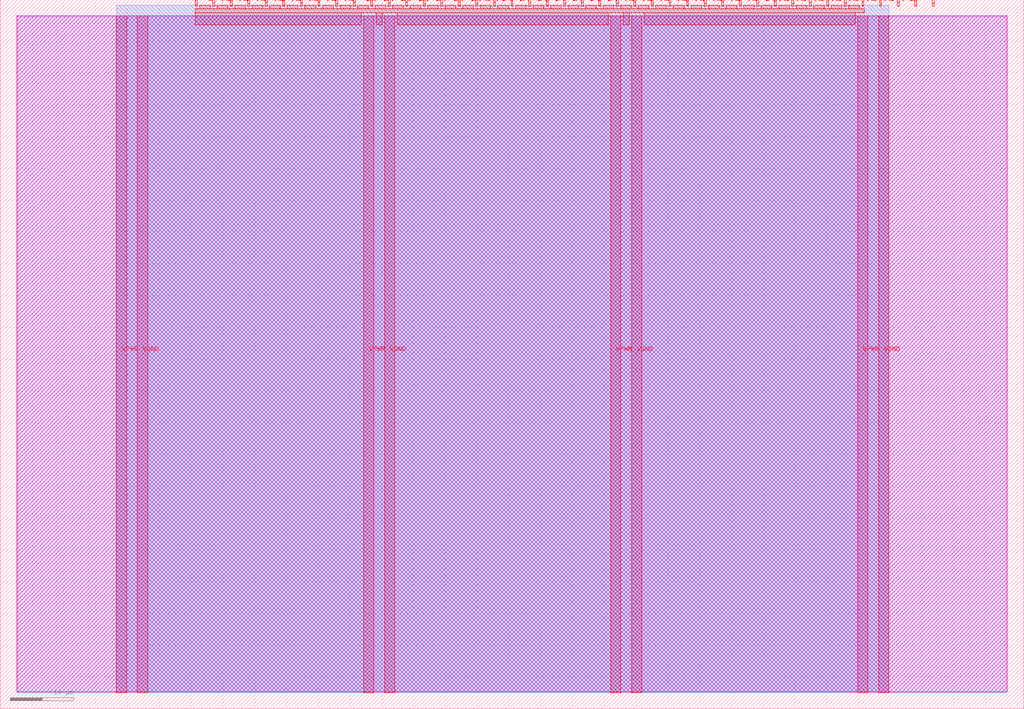
<source format=lef>
VERSION 5.7 ;
  NOWIREEXTENSIONATPIN ON ;
  DIVIDERCHAR "/" ;
  BUSBITCHARS "[]" ;
MACRO tt_um_wokwi_445163686092632065
  CLASS BLOCK ;
  FOREIGN tt_um_wokwi_445163686092632065 ;
  ORIGIN 0.000 0.000 ;
  SIZE 161.000 BY 111.520 ;
  PIN VGND
    DIRECTION INOUT ;
    USE GROUND ;
    PORT
      LAYER met4 ;
        RECT 21.580 2.480 23.180 109.040 ;
    END
    PORT
      LAYER met4 ;
        RECT 60.450 2.480 62.050 109.040 ;
    END
    PORT
      LAYER met4 ;
        RECT 99.320 2.480 100.920 109.040 ;
    END
    PORT
      LAYER met4 ;
        RECT 138.190 2.480 139.790 109.040 ;
    END
  END VGND
  PIN VPWR
    DIRECTION INOUT ;
    USE POWER ;
    PORT
      LAYER met4 ;
        RECT 18.280 2.480 19.880 109.040 ;
    END
    PORT
      LAYER met4 ;
        RECT 57.150 2.480 58.750 109.040 ;
    END
    PORT
      LAYER met4 ;
        RECT 96.020 2.480 97.620 109.040 ;
    END
    PORT
      LAYER met4 ;
        RECT 134.890 2.480 136.490 109.040 ;
    END
  END VPWR
  PIN clk
    DIRECTION INPUT ;
    USE SIGNAL ;
    PORT
      LAYER met4 ;
        RECT 143.830 110.520 144.130 111.520 ;
    END
  END clk
  PIN ena
    DIRECTION INPUT ;
    USE SIGNAL ;
    PORT
      LAYER met4 ;
        RECT 146.590 110.520 146.890 111.520 ;
    END
  END ena
  PIN rst_n
    DIRECTION INPUT ;
    USE SIGNAL ;
    PORT
      LAYER met4 ;
        RECT 141.070 110.520 141.370 111.520 ;
    END
  END rst_n
  PIN ui_in[0]
    DIRECTION INPUT ;
    USE SIGNAL ;
    PORT
      LAYER met4 ;
        RECT 138.310 110.520 138.610 111.520 ;
    END
  END ui_in[0]
  PIN ui_in[1]
    DIRECTION INPUT ;
    USE SIGNAL ;
    ANTENNAGATEAREA 0.196500 ;
    PORT
      LAYER met4 ;
        RECT 135.550 110.520 135.850 111.520 ;
    END
  END ui_in[1]
  PIN ui_in[2]
    DIRECTION INPUT ;
    USE SIGNAL ;
    PORT
      LAYER met4 ;
        RECT 132.790 110.520 133.090 111.520 ;
    END
  END ui_in[2]
  PIN ui_in[3]
    DIRECTION INPUT ;
    USE SIGNAL ;
    ANTENNAGATEAREA 0.196500 ;
    PORT
      LAYER met4 ;
        RECT 130.030 110.520 130.330 111.520 ;
    END
  END ui_in[3]
  PIN ui_in[4]
    DIRECTION INPUT ;
    USE SIGNAL ;
    ANTENNAGATEAREA 0.196500 ;
    PORT
      LAYER met4 ;
        RECT 127.270 110.520 127.570 111.520 ;
    END
  END ui_in[4]
  PIN ui_in[5]
    DIRECTION INPUT ;
    USE SIGNAL ;
    PORT
      LAYER met4 ;
        RECT 124.510 110.520 124.810 111.520 ;
    END
  END ui_in[5]
  PIN ui_in[6]
    DIRECTION INPUT ;
    USE SIGNAL ;
    ANTENNAGATEAREA 0.196500 ;
    PORT
      LAYER met4 ;
        RECT 121.750 110.520 122.050 111.520 ;
    END
  END ui_in[6]
  PIN ui_in[7]
    DIRECTION INPUT ;
    USE SIGNAL ;
    PORT
      LAYER met4 ;
        RECT 118.990 110.520 119.290 111.520 ;
    END
  END ui_in[7]
  PIN uio_in[0]
    DIRECTION INPUT ;
    USE SIGNAL ;
    PORT
      LAYER met4 ;
        RECT 116.230 110.520 116.530 111.520 ;
    END
  END uio_in[0]
  PIN uio_in[1]
    DIRECTION INPUT ;
    USE SIGNAL ;
    PORT
      LAYER met4 ;
        RECT 113.470 110.520 113.770 111.520 ;
    END
  END uio_in[1]
  PIN uio_in[2]
    DIRECTION INPUT ;
    USE SIGNAL ;
    PORT
      LAYER met4 ;
        RECT 110.710 110.520 111.010 111.520 ;
    END
  END uio_in[2]
  PIN uio_in[3]
    DIRECTION INPUT ;
    USE SIGNAL ;
    PORT
      LAYER met4 ;
        RECT 107.950 110.520 108.250 111.520 ;
    END
  END uio_in[3]
  PIN uio_in[4]
    DIRECTION INPUT ;
    USE SIGNAL ;
    PORT
      LAYER met4 ;
        RECT 105.190 110.520 105.490 111.520 ;
    END
  END uio_in[4]
  PIN uio_in[5]
    DIRECTION INPUT ;
    USE SIGNAL ;
    PORT
      LAYER met4 ;
        RECT 102.430 110.520 102.730 111.520 ;
    END
  END uio_in[5]
  PIN uio_in[6]
    DIRECTION INPUT ;
    USE SIGNAL ;
    PORT
      LAYER met4 ;
        RECT 99.670 110.520 99.970 111.520 ;
    END
  END uio_in[6]
  PIN uio_in[7]
    DIRECTION INPUT ;
    USE SIGNAL ;
    PORT
      LAYER met4 ;
        RECT 96.910 110.520 97.210 111.520 ;
    END
  END uio_in[7]
  PIN uio_oe[0]
    DIRECTION OUTPUT ;
    USE SIGNAL ;
    PORT
      LAYER met4 ;
        RECT 49.990 110.520 50.290 111.520 ;
    END
  END uio_oe[0]
  PIN uio_oe[1]
    DIRECTION OUTPUT ;
    USE SIGNAL ;
    PORT
      LAYER met4 ;
        RECT 47.230 110.520 47.530 111.520 ;
    END
  END uio_oe[1]
  PIN uio_oe[2]
    DIRECTION OUTPUT ;
    USE SIGNAL ;
    PORT
      LAYER met4 ;
        RECT 44.470 110.520 44.770 111.520 ;
    END
  END uio_oe[2]
  PIN uio_oe[3]
    DIRECTION OUTPUT ;
    USE SIGNAL ;
    PORT
      LAYER met4 ;
        RECT 41.710 110.520 42.010 111.520 ;
    END
  END uio_oe[3]
  PIN uio_oe[4]
    DIRECTION OUTPUT ;
    USE SIGNAL ;
    PORT
      LAYER met4 ;
        RECT 38.950 110.520 39.250 111.520 ;
    END
  END uio_oe[4]
  PIN uio_oe[5]
    DIRECTION OUTPUT ;
    USE SIGNAL ;
    PORT
      LAYER met4 ;
        RECT 36.190 110.520 36.490 111.520 ;
    END
  END uio_oe[5]
  PIN uio_oe[6]
    DIRECTION OUTPUT ;
    USE SIGNAL ;
    PORT
      LAYER met4 ;
        RECT 33.430 110.520 33.730 111.520 ;
    END
  END uio_oe[6]
  PIN uio_oe[7]
    DIRECTION OUTPUT ;
    USE SIGNAL ;
    PORT
      LAYER met4 ;
        RECT 30.670 110.520 30.970 111.520 ;
    END
  END uio_oe[7]
  PIN uio_out[0]
    DIRECTION OUTPUT ;
    USE SIGNAL ;
    PORT
      LAYER met4 ;
        RECT 72.070 110.520 72.370 111.520 ;
    END
  END uio_out[0]
  PIN uio_out[1]
    DIRECTION OUTPUT ;
    USE SIGNAL ;
    PORT
      LAYER met4 ;
        RECT 69.310 110.520 69.610 111.520 ;
    END
  END uio_out[1]
  PIN uio_out[2]
    DIRECTION OUTPUT ;
    USE SIGNAL ;
    PORT
      LAYER met4 ;
        RECT 66.550 110.520 66.850 111.520 ;
    END
  END uio_out[2]
  PIN uio_out[3]
    DIRECTION OUTPUT ;
    USE SIGNAL ;
    PORT
      LAYER met4 ;
        RECT 63.790 110.520 64.090 111.520 ;
    END
  END uio_out[3]
  PIN uio_out[4]
    DIRECTION OUTPUT ;
    USE SIGNAL ;
    PORT
      LAYER met4 ;
        RECT 61.030 110.520 61.330 111.520 ;
    END
  END uio_out[4]
  PIN uio_out[5]
    DIRECTION OUTPUT ;
    USE SIGNAL ;
    PORT
      LAYER met4 ;
        RECT 58.270 110.520 58.570 111.520 ;
    END
  END uio_out[5]
  PIN uio_out[6]
    DIRECTION OUTPUT ;
    USE SIGNAL ;
    PORT
      LAYER met4 ;
        RECT 55.510 110.520 55.810 111.520 ;
    END
  END uio_out[6]
  PIN uio_out[7]
    DIRECTION OUTPUT ;
    USE SIGNAL ;
    PORT
      LAYER met4 ;
        RECT 52.750 110.520 53.050 111.520 ;
    END
  END uio_out[7]
  PIN uo_out[0]
    DIRECTION OUTPUT ;
    USE SIGNAL ;
    PORT
      LAYER met4 ;
        RECT 94.150 110.520 94.450 111.520 ;
    END
  END uo_out[0]
  PIN uo_out[1]
    DIRECTION OUTPUT ;
    USE SIGNAL ;
    PORT
      LAYER met4 ;
        RECT 91.390 110.520 91.690 111.520 ;
    END
  END uo_out[1]
  PIN uo_out[2]
    DIRECTION OUTPUT ;
    USE SIGNAL ;
    PORT
      LAYER met4 ;
        RECT 88.630 110.520 88.930 111.520 ;
    END
  END uo_out[2]
  PIN uo_out[3]
    DIRECTION OUTPUT ;
    USE SIGNAL ;
    ANTENNADIFFAREA 0.445500 ;
    PORT
      LAYER met4 ;
        RECT 85.870 110.520 86.170 111.520 ;
    END
  END uo_out[3]
  PIN uo_out[4]
    DIRECTION OUTPUT ;
    USE SIGNAL ;
    PORT
      LAYER met4 ;
        RECT 83.110 110.520 83.410 111.520 ;
    END
  END uo_out[4]
  PIN uo_out[5]
    DIRECTION OUTPUT ;
    USE SIGNAL ;
    PORT
      LAYER met4 ;
        RECT 80.350 110.520 80.650 111.520 ;
    END
  END uo_out[5]
  PIN uo_out[6]
    DIRECTION OUTPUT ;
    USE SIGNAL ;
    PORT
      LAYER met4 ;
        RECT 77.590 110.520 77.890 111.520 ;
    END
  END uo_out[6]
  PIN uo_out[7]
    DIRECTION OUTPUT ;
    USE SIGNAL ;
    PORT
      LAYER met4 ;
        RECT 74.830 110.520 75.130 111.520 ;
    END
  END uo_out[7]
  OBS
      LAYER nwell ;
        RECT 2.570 2.635 158.430 108.990 ;
      LAYER li1 ;
        RECT 2.760 2.635 158.240 108.885 ;
      LAYER met1 ;
        RECT 2.760 2.480 158.240 109.040 ;
      LAYER met2 ;
        RECT 18.310 2.535 139.760 110.685 ;
      LAYER met3 ;
        RECT 18.290 2.555 139.780 110.665 ;
      LAYER met4 ;
        RECT 31.370 110.120 33.030 110.665 ;
        RECT 34.130 110.120 35.790 110.665 ;
        RECT 36.890 110.120 38.550 110.665 ;
        RECT 39.650 110.120 41.310 110.665 ;
        RECT 42.410 110.120 44.070 110.665 ;
        RECT 45.170 110.120 46.830 110.665 ;
        RECT 47.930 110.120 49.590 110.665 ;
        RECT 50.690 110.120 52.350 110.665 ;
        RECT 53.450 110.120 55.110 110.665 ;
        RECT 56.210 110.120 57.870 110.665 ;
        RECT 58.970 110.120 60.630 110.665 ;
        RECT 61.730 110.120 63.390 110.665 ;
        RECT 64.490 110.120 66.150 110.665 ;
        RECT 67.250 110.120 68.910 110.665 ;
        RECT 70.010 110.120 71.670 110.665 ;
        RECT 72.770 110.120 74.430 110.665 ;
        RECT 75.530 110.120 77.190 110.665 ;
        RECT 78.290 110.120 79.950 110.665 ;
        RECT 81.050 110.120 82.710 110.665 ;
        RECT 83.810 110.120 85.470 110.665 ;
        RECT 86.570 110.120 88.230 110.665 ;
        RECT 89.330 110.120 90.990 110.665 ;
        RECT 92.090 110.120 93.750 110.665 ;
        RECT 94.850 110.120 96.510 110.665 ;
        RECT 97.610 110.120 99.270 110.665 ;
        RECT 100.370 110.120 102.030 110.665 ;
        RECT 103.130 110.120 104.790 110.665 ;
        RECT 105.890 110.120 107.550 110.665 ;
        RECT 108.650 110.120 110.310 110.665 ;
        RECT 111.410 110.120 113.070 110.665 ;
        RECT 114.170 110.120 115.830 110.665 ;
        RECT 116.930 110.120 118.590 110.665 ;
        RECT 119.690 110.120 121.350 110.665 ;
        RECT 122.450 110.120 124.110 110.665 ;
        RECT 125.210 110.120 126.870 110.665 ;
        RECT 127.970 110.120 129.630 110.665 ;
        RECT 130.730 110.120 132.390 110.665 ;
        RECT 133.490 110.120 135.150 110.665 ;
        RECT 30.655 109.440 135.865 110.120 ;
        RECT 30.655 107.615 56.750 109.440 ;
        RECT 59.150 107.615 60.050 109.440 ;
        RECT 62.450 107.615 95.620 109.440 ;
        RECT 98.020 107.615 98.920 109.440 ;
        RECT 101.320 107.615 134.490 109.440 ;
  END
END tt_um_wokwi_445163686092632065
END LIBRARY


</source>
